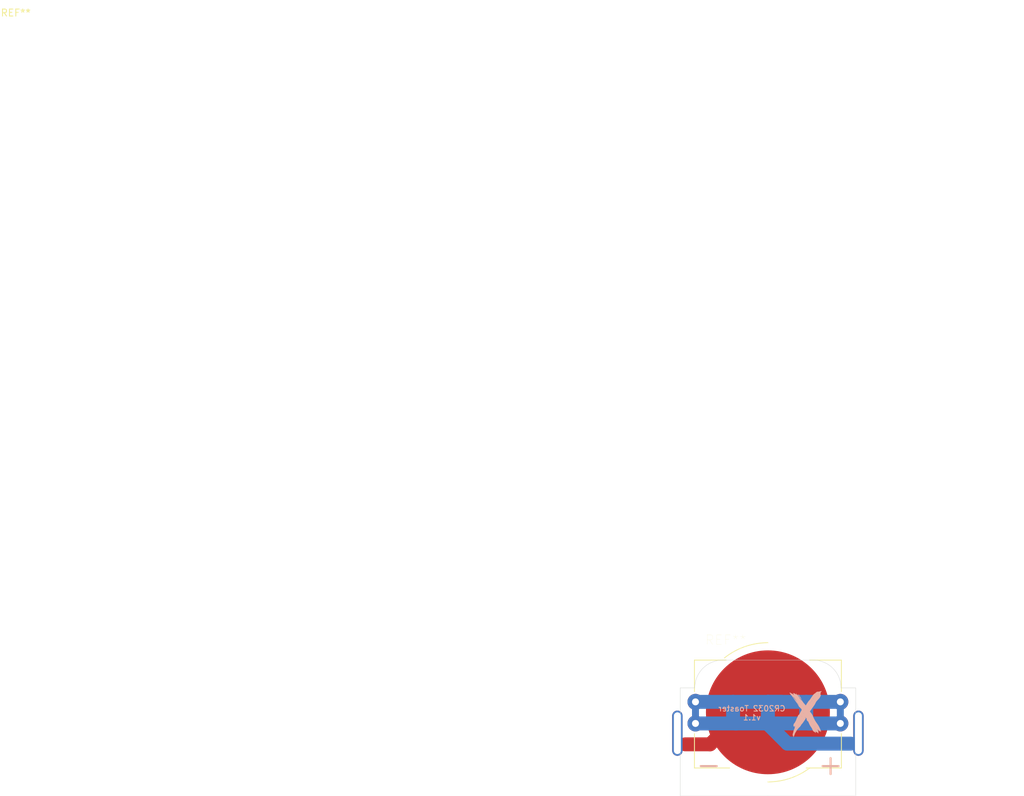
<source format=kicad_pcb>
(kicad_pcb (version 20171130) (host pcbnew "(5.1.6)-1")

  (general
    (thickness 1.6)
    (drawings 24)
    (tracks 27)
    (zones 0)
    (modules 5)
    (nets 1)
  )

  (page A4)
  (layers
    (0 F.Cu signal)
    (31 B.Cu signal)
    (32 B.Adhes user)
    (33 F.Adhes user)
    (34 B.Paste user)
    (35 F.Paste user)
    (36 B.SilkS user)
    (37 F.SilkS user)
    (38 B.Mask user)
    (39 F.Mask user)
    (40 Dwgs.User user)
    (41 Cmts.User user)
    (42 Eco1.User user)
    (43 Eco2.User user)
    (44 Edge.Cuts user)
    (45 Margin user)
    (46 B.CrtYd user)
    (47 F.CrtYd user)
    (48 B.Fab user)
    (49 F.Fab user)
  )

  (setup
    (last_trace_width 2)
    (user_trace_width 1)
    (user_trace_width 2)
    (user_trace_width 3)
    (user_trace_width 4)
    (user_trace_width 5)
    (trace_clearance 0.2)
    (zone_clearance 0.508)
    (zone_45_only no)
    (trace_min 0.2)
    (via_size 0.8)
    (via_drill 0.4)
    (via_min_size 0.4)
    (via_min_drill 0.3)
    (user_via 6.7 6.3)
    (uvia_size 0.3)
    (uvia_drill 0.1)
    (uvias_allowed no)
    (uvia_min_size 0.2)
    (uvia_min_drill 0.1)
    (edge_width 0.05)
    (segment_width 0.2)
    (pcb_text_width 0.3)
    (pcb_text_size 1.5 1.5)
    (mod_edge_width 0.12)
    (mod_text_size 1 1)
    (mod_text_width 0.15)
    (pad_size 1.524 1.524)
    (pad_drill 0.762)
    (pad_to_mask_clearance 0.05)
    (aux_axis_origin 0 0)
    (visible_elements 7FFFFFFF)
    (pcbplotparams
      (layerselection 0x010fc_ffffffff)
      (usegerberextensions true)
      (usegerberattributes false)
      (usegerberadvancedattributes false)
      (creategerberjobfile false)
      (excludeedgelayer true)
      (linewidth 0.100000)
      (plotframeref false)
      (viasonmask false)
      (mode 1)
      (useauxorigin false)
      (hpglpennumber 1)
      (hpglpenspeed 20)
      (hpglpendiameter 15.000000)
      (psnegative false)
      (psa4output false)
      (plotreference true)
      (plotvalue false)
      (plotinvisibletext false)
      (padsonsilk false)
      (subtractmaskfromsilk true)
      (outputformat 1)
      (mirror false)
      (drillshape 0)
      (scaleselection 1)
      (outputdirectory ""))
  )

  (net 0 "")

  (net_class Default "This is the default net class."
    (clearance 0.2)
    (trace_width 0.25)
    (via_dia 0.8)
    (via_drill 0.4)
    (uvia_dia 0.3)
    (uvia_drill 0.1)
  )

  (module logos:logo_7 (layer F.Cu) (tedit 60C2BBD9) (tstamp 60C47F20)
    (at 113.4 100.2)
    (fp_text reference G*** (at 1 0 -180) (layer B.SilkS) hide
      (effects (font (size 1.524 1.524) (thickness 0.3)) (justify mirror))
    )
    (fp_text value LOGO (at 0.75 1) (layer B.SilkS) hide
      (effects (font (size 1.524 1.524) (thickness 0.3)) (justify mirror))
    )
    (fp_poly (pts (xy 2.271817 -2.255016) (xy 2.241589 -2.245307) (xy 2.228288 -2.239731) (xy 2.186547 -2.225679)
      (xy 2.13399 -2.213973) (xy 2.101729 -2.20936) (xy 2.048452 -2.201361) (xy 1.995483 -2.189553)
      (xy 1.969957 -2.181864) (xy 1.920325 -2.170453) (xy 1.852659 -2.163755) (xy 1.798139 -2.1623)
      (xy 1.746274 -2.16141) (xy 1.702582 -2.157411) (xy 1.663359 -2.148314) (xy 1.624902 -2.132127)
      (xy 1.583507 -2.10686) (xy 1.53547 -2.070522) (xy 1.477088 -2.021124) (xy 1.404657 -1.956674)
      (xy 1.388573 -1.942177) (xy 1.349843 -1.909505) (xy 1.316791 -1.885761) (xy 1.294675 -1.874561)
      (xy 1.290055 -1.874408) (xy 1.272959 -1.869543) (xy 1.244843 -1.85058) (xy 1.216192 -1.82568)
      (xy 1.191928 -1.801831) (xy 1.168427 -1.7771) (xy 1.144112 -1.749345) (xy 1.117407 -1.716429)
      (xy 1.086734 -1.676212) (xy 1.050517 -1.626556) (xy 1.007178 -1.56532) (xy 0.955142 -1.490366)
      (xy 0.89283 -1.399556) (xy 0.818666 -1.290749) (xy 0.780908 -1.2352) (xy 0.719778 -1.145557)
      (xy 0.670398 -1.074136) (xy 0.630506 -1.017975) (xy 0.59784 -0.974113) (xy 0.570135 -0.939588)
      (xy 0.545129 -0.911438) (xy 0.52056 -0.886701) (xy 0.500314 -0.867935) (xy 0.462649 -0.828713)
      (xy 0.421217 -0.777548) (xy 0.384362 -0.724823) (xy 0.381 -0.719463) (xy 0.349078 -0.668897)
      (xy 0.308854 -0.606653) (xy 0.266367 -0.542018) (xy 0.239996 -0.502528) (xy 0.203728 -0.447719)
      (xy 0.170091 -0.395232) (xy 0.143248 -0.351661) (xy 0.129199 -0.32715) (xy 0.097103 -0.275293)
      (xy 0.062318 -0.233139) (xy 0.030139 -0.206845) (xy 0.022769 -0.203335) (xy 0.004718 -0.205367)
      (xy -0.013105 -0.22835) (xy -0.019328 -0.240631) (xy -0.037262 -0.269462) (xy -0.067913 -0.309964)
      (xy -0.106216 -0.355666) (xy -0.12995 -0.382013) (xy -0.220138 -0.482352) (xy -0.293519 -0.571074)
      (xy -0.353308 -0.652194) (xy -0.356306 -0.656765) (xy -1.198324 -0.656765) (xy -1.199256 -0.651)
      (xy -1.209456 -0.660736) (xy -1.2192 -0.6764) (xy -1.221843 -0.68275) (xy -1.2573 -0.68275)
      (xy -1.26365 -0.6764) (xy -1.27 -0.68275) (xy -1.26365 -0.6891) (xy -1.2573 -0.68275)
      (xy -1.221843 -0.68275) (xy -1.227375 -0.696036) (xy -1.226443 -0.7018) (xy -1.216243 -0.692065)
      (xy -1.2065 -0.6764) (xy -1.198324 -0.656765) (xy -0.356306 -0.656765) (xy -0.385221 -0.700848)
      (xy -0.403588 -0.729136) (xy -1.24498 -0.729136) (xy -1.247162 -0.731953) (xy -1.264821 -0.755669)
      (xy -1.277388 -0.77165) (xy -1.3081 -0.77165) (xy -1.31445 -0.7653) (xy -1.3208 -0.77165)
      (xy -1.31445 -0.778) (xy -1.3081 -0.77165) (xy -1.277388 -0.77165) (xy -1.291062 -0.789038)
      (xy -1.297549 -0.79705) (xy -1.3208 -0.79705) (xy -1.32715 -0.7907) (xy -1.3335 -0.79705)
      (xy -1.32715 -0.8034) (xy -1.3208 -0.79705) (xy -1.297549 -0.79705) (xy -1.30547 -0.806833)
      (xy -1.327596 -0.83515) (xy -1.3462 -0.83515) (xy -1.35255 -0.8288) (xy -1.3589 -0.83515)
      (xy -1.35255 -0.8415) (xy -1.3462 -0.83515) (xy -1.327596 -0.83515) (xy -1.332323 -0.841199)
      (xy -1.353555 -0.871121) (xy -1.354855 -0.87325) (xy -1.3716 -0.87325) (xy -1.37795 -0.8669)
      (xy -1.3843 -0.87325) (xy -1.37795 -0.8796) (xy -1.3716 -0.87325) (xy -1.354855 -0.87325)
      (xy -1.360083 -0.881811) (xy -1.375689 -0.897344) (xy -1.386899 -0.897044) (xy -1.394914 -0.896188)
      (xy -1.393821 -0.89865) (xy -1.4097 -0.89865) (xy -1.41605 -0.8923) (xy -1.4224 -0.89865)
      (xy -1.41605 -0.905) (xy -1.4097 -0.89865) (xy -1.393821 -0.89865) (xy -1.391897 -0.902982)
      (xy -1.393886 -0.920833) (xy -1.40547 -0.93675) (xy -1.4097 -0.93675) (xy -1.41605 -0.9304)
      (xy -1.4224 -0.93675) (xy -1.4351 -0.93675) (xy -1.44145 -0.9304) (xy -1.4478 -0.93675)
      (xy -1.44145 -0.9431) (xy -1.4351 -0.93675) (xy -1.4224 -0.93675) (xy -1.41605 -0.9431)
      (xy -1.4097 -0.93675) (xy -1.40547 -0.93675) (xy -1.41108 -0.944458) (xy -1.412882 -0.946219)
      (xy -1.437445 -0.973109) (xy -1.43884 -0.97485) (xy -1.4605 -0.97485) (xy -1.46685 -0.9685)
      (xy -1.4732 -0.97485) (xy -1.46685 -0.9812) (xy -1.4605 -0.97485) (xy -1.43884 -0.97485)
      (xy -1.467614 -1.010741) (xy -1.485311 -1.034773) (xy -1.510491 -1.06596) (xy -1.531593 -1.084362)
      (xy -1.541738 -1.086712) (xy -1.549418 -1.084943) (xy -1.546976 -1.088479) (xy -1.548868 -1.103119)
      (xy -1.564785 -1.126694) (xy -1.569201 -1.131661) (xy -1.589805 -1.156528) (xy -1.599972 -1.173992)
      (xy -1.6002 -1.175495) (xy -1.6082 -1.180147) (xy -1.613214 -1.177856) (xy -1.624061 -1.176799)
      (xy -1.62441 -1.180282) (xy -1.624026 -1.206142) (xy -1.631607 -1.218171) (xy -1.636888 -1.217023)
      (xy -1.648255 -1.223561) (xy -1.668133 -1.246562) (xy -1.692662 -1.280304) (xy -1.71798 -1.319066)
      (xy -1.740226 -1.357127) (xy -1.75554 -1.388767) (xy -1.758561 -1.39731) (xy -1.768146 -1.417349)
      (xy -1.775739 -1.420754) (xy -1.782921 -1.427169) (xy -1.786123 -1.44504) (xy -1.784609 -1.453485)
      (xy -1.777648 -1.453059) (xy -1.763834 -1.442199) (xy -1.741762 -1.419343) (xy -1.710024 -1.382931)
      (xy -1.667215 -1.331398) (xy -1.611929 -1.263185) (xy -1.54276 -1.176727) (xy -1.528642 -1.159)
      (xy -1.466034 -1.079727) (xy -1.416646 -1.015432) (xy -1.377374 -0.961638) (xy -1.345111 -0.913864)
      (xy -1.316754 -0.867632) (xy -1.289197 -0.818461) (xy -1.277747 -0.79705) (xy -1.258194 -0.759318)
      (xy -1.246713 -0.735492) (xy -1.24498 -0.729136) (xy -0.403588 -0.729136) (xy -0.417882 -0.75115)
      (xy -0.453397 -0.80282) (xy -0.478917 -0.837782) (xy -0.508752 -0.880557) (xy -0.535236 -0.924673)
      (xy -0.545853 -0.94571) (xy -0.561117 -0.975346) (xy -0.572535 -0.98405) (xy -0.582117 -0.977359)
      (xy -0.589216 -0.95747) (xy -0.578038 -0.935709) (xy -0.561622 -0.909555) (xy -0.564445 -0.89738)
      (xy -0.5842 -0.895792) (xy -0.604876 -0.902416) (xy -0.609599 -0.909741) (xy -0.616841 -0.925321)
      (xy -0.636123 -0.955811) (xy -0.663783 -0.996161) (xy -0.696159 -1.041317) (xy -0.729588 -1.086226)
      (xy -0.760406 -1.125837) (xy -0.784953 -1.155096) (xy -0.794893 -1.16535) (xy -0.817944 -1.192684)
      (xy -0.842273 -1.230663) (xy -0.84959 -1.244372) (xy -0.875836 -1.289069) (xy -0.907228 -1.332666)
      (xy -0.914519 -1.341347) (xy -0.944081 -1.381263) (xy -0.968988 -1.42508) (xy -0.972856 -1.433775)
      (xy -0.990706 -1.470861) (xy -1.009264 -1.500629) (xy -1.012883 -1.505075) (xy -1.023821 -1.52193)
      (xy -1.021143 -1.527495) (xy -1.018391 -1.53287) (xy -1.023188 -1.53702) (xy -1.037396 -1.552103)
      (xy -1.059792 -1.581179) (xy -1.077773 -1.606675) (xy -1.080221 -1.60985) (xy -1.8669 -1.60985)
      (xy -1.87325 -1.6035) (xy -1.8796 -1.60985) (xy -1.87325 -1.6162) (xy -1.8669 -1.60985)
      (xy -1.080221 -1.60985) (xy -1.099811 -1.63525) (xy -1.8796 -1.63525) (xy -1.88595 -1.6289)
      (xy -1.8923 -1.63525) (xy -1.88595 -1.6416) (xy -1.8796 -1.63525) (xy -1.099811 -1.63525)
      (xy -1.103121 -1.639541) (xy -1.125741 -1.661451) (xy -1.13719 -1.667) (xy -1.153947 -1.675612)
      (xy -1.182711 -1.698571) (xy -1.218256 -1.73156) (xy -1.23183 -1.745187) (xy -1.272413 -1.789182)
      (xy -1.296528 -1.82216) (xy -1.307442 -1.849096) (xy -1.308992 -1.862662) (xy -1.312828 -1.899714)
      (xy -1.319673 -1.926996) (xy -1.327154 -1.942144) (xy -1.332187 -1.935512) (xy -1.335984 -1.917914)
      (xy -1.337868 -1.891819) (xy -1.333474 -1.880169) (xy -1.325629 -1.866539) (xy -1.317361 -1.837167)
      (xy -1.315459 -1.827672) (xy -1.306478 -1.778794) (xy -1.361264 -1.787711) (xy -1.441213 -1.809555)
      (xy -1.508939 -1.849241) (xy -1.543127 -1.879129) (xy -1.585915 -1.91275) (xy -1.637012 -1.935861)
      (xy -1.703637 -1.9514) (xy -1.730375 -1.955383) (xy -1.764933 -1.956015) (xy -1.777475 -1.946578)
      (xy -1.767001 -1.928269) (xy -1.759089 -1.921117) (xy -1.746904 -1.902606) (xy -1.748016 -1.892742)
      (xy -1.746143 -1.876193) (xy -1.73912 -1.869718) (xy -1.724877 -1.850193) (xy -1.717899 -1.825877)
      (xy -1.710064 -1.796434) (xy -1.694397 -1.754707) (xy -1.679127 -1.720165) (xy -1.656288 -1.671713)
      (xy -1.644367 -1.644389) (xy -1.643345 -1.636393) (xy -1.653204 -1.645927) (xy -1.673923 -1.671194)
      (xy -1.67867 -1.677107) (xy -1.734811 -1.739269) (xy -1.796272 -1.794171) (xy -1.85836 -1.838537)
      (xy -1.916379 -1.869087) (xy -1.965637 -1.882546) (xy -1.973405 -1.8829) (xy -2.001288 -1.891618)
      (xy -2.039922 -1.915271) (xy -2.070685 -1.939374) (xy -2.139899 -1.992228) (xy -2.197753 -2.022998)
      (xy -2.24397 -2.031551) (xy -2.255389 -2.029799) (xy -2.274835 -2.023238) (xy -2.279619 -2.011889)
      (xy -2.271681 -1.987602) (xy -2.267719 -1.978033) (xy -2.241014 -1.925395) (xy -2.19965 -1.860934)
      (xy -2.142575 -1.783199) (xy -2.068739 -1.690741) (xy -2.000383 -1.609284) (xy -1.963111 -1.564928)
      (xy -1.929355 -1.52357) (xy -1.904617 -1.491994) (xy -1.89865 -1.483863) (xy -1.871678 -1.447048)
      (xy -1.846669 -1.414579) (xy -1.830001 -1.391474) (xy -1.803346 -1.352019) (xy -1.770154 -1.301419)
      (xy -1.733875 -1.244879) (xy -1.727744 -1.2352) (xy -1.691197 -1.178829) (xy -1.645965 -1.111325)
      (xy -1.594054 -1.035484) (xy -1.537472 -0.954101) (xy -1.478229 -0.86997) (xy -1.418331 -0.785887)
      (xy -1.359788 -0.704648) (xy -1.304606 -0.629046) (xy -1.254794 -0.561877) (xy -1.21236 -0.505937)
      (xy -1.179313 -0.46402) (xy -1.157659 -0.438922) (xy -1.151919 -0.433681) (xy -1.140692 -0.416983)
      (xy -1.140393 -0.414631) (xy -1.135582 -0.392902) (xy -1.12137 -0.360043) (xy -1.096074 -0.312587)
      (xy -1.064081 -0.2573) (xy -1.030849 -0.199183) (xy -0.996194 -0.135536) (xy -0.967205 -0.079401)
      (xy -0.965311 -0.075561) (xy -0.933464 -0.018114) (xy -0.903736 0.021363) (xy -0.878111 0.040663)
      (xy -0.86153 0.03987) (xy -0.851332 0.041342) (xy -0.8509 0.044125) (xy -0.842625 0.057081)
      (xy -0.82013 0.084201) (xy -0.786904 0.121446) (xy -0.748749 0.16235) (xy -0.682812 0.231648)
      (xy -0.632451 0.28496) (xy -0.595874 0.324833) (xy -0.571289 0.353814) (xy -0.556904 0.374451)
      (xy -0.550927 0.389292) (xy -0.551567 0.400885) (xy -0.557032 0.411777) (xy -0.56497 0.423657)
      (xy -0.579174 0.453529) (xy -0.575877 0.480556) (xy -0.572822 0.487819) (xy -0.562999 0.510157)
      (xy -0.56136 0.525331) (xy -0.570398 0.541728) (xy -0.592605 0.567734) (xy -0.598606 0.574552)
      (xy -0.619117 0.602597) (xy -0.647481 0.647734) (xy -0.680306 0.704278) (xy -0.714206 0.766542)
      (xy -0.722431 0.782296) (xy -0.755509 0.846088) (xy -0.787161 0.906865) (xy -0.814228 0.95858)
      (xy -0.833551 0.995184) (xy -0.836619 1.000926) (xy -0.869328 1.056926) (xy -0.903408 1.106948)
      (xy -0.935392 1.146596) (xy -0.96181 1.171475) (xy -0.976155 1.1778) (xy -1.013717 1.189435)
      (xy -1.044424 1.220091) (xy -1.06175 1.262814) (xy -1.069945 1.287897) (xy -1.08786 1.331436)
      (xy -1.11363 1.389277) (xy -1.145392 1.45727) (xy -1.181283 1.531263) (xy -1.191262 1.551374)
      (xy -1.238709 1.648423) (xy -1.274264 1.725626) (xy -1.298812 1.785087) (xy -1.313235 1.828915)
      (xy -1.318048 1.853842) (xy -1.325083 1.892653) (xy -1.336017 1.921445) (xy -1.341443 1.928422)
      (xy -1.356605 1.948591) (xy -1.3589 1.957903) (xy -1.365828 1.976409) (xy -1.383412 2.006357)
      (xy -1.394787 2.023023) (xy -1.422191 2.067733) (xy -1.446979 2.118427) (xy -1.452842 2.133094)
      (xy -1.47779 2.186966) (xy -1.514653 2.250124) (xy -1.557737 2.313548) (xy -1.60099 2.367812)
      (xy -1.651408 2.428527) (xy -1.685456 2.480467) (xy -1.706607 2.53071) (xy -1.718336 2.586335)
      (xy -1.721279 2.6129) (xy -1.7261 2.65994) (xy -1.730954 2.696711) (xy -1.734897 2.716219)
      (xy -1.73536 2.717239) (xy -1.734305 2.736687) (xy -1.720286 2.76686) (xy -1.698089 2.800312)
      (xy -1.672501 2.8296) (xy -1.653424 2.844675) (xy -1.616423 2.862937) (xy -1.595448 2.864052)
      (xy -1.587706 2.84793) (xy -1.5875 2.842558) (xy -1.582467 2.820326) (xy -1.576346 2.813983)
      (xy -1.563115 2.801771) (xy -1.54212 2.775536) (xy -1.530279 2.75895) (xy -1.509793 2.729793)
      (xy -1.500787 2.720391) (xy -1.500563 2.729426) (xy -1.504239 2.74625) (xy -1.510846 2.779241)
      (xy -1.518965 2.826089) (xy -1.52536 2.8669) (xy -1.539742 2.960897) (xy -1.551855 3.033037)
      (xy -1.562362 3.086693) (xy -1.571924 3.125238) (xy -1.581205 3.152044) (xy -1.581463 3.15265)
      (xy -1.59585 3.191379) (xy -1.605219 3.224157) (xy -1.620294 3.252633) (xy -1.638668 3.264376)
      (xy -1.657174 3.275148) (xy -1.657897 3.298041) (xy -1.656828 3.302608) (xy -1.655612 3.329496)
      (xy -1.66267 3.342514) (xy -1.674123 3.360972) (xy -1.6764 3.37628) (xy -1.682132 3.405032)
      (xy -1.695969 3.439397) (xy -1.696418 3.440272) (xy -1.708016 3.464171) (xy -1.716722 3.487604)
      (xy -1.724329 3.517316) (xy -1.73263 3.560056) (xy -1.740848 3.607404) (xy -1.751308 3.657779)
      (xy -1.764346 3.705967) (xy -1.771944 3.728054) (xy -1.794005 3.791339) (xy -1.812606 3.858982)
      (xy -1.826994 3.926144) (xy -1.836412 3.987987) (xy -1.840105 4.039669) (xy -1.837319 4.076352)
      (xy -1.8288 4.09245) (xy -1.820142 4.109372) (xy -1.816133 4.14002) (xy -1.8161 4.143155)
      (xy -1.813233 4.172983) (xy -1.800436 4.18612) (xy -1.781175 4.190031) (xy -1.74625 4.19405)
      (xy -1.750564 4.286125) (xy -1.751869 4.330773) (xy -1.751325 4.363491) (xy -1.749062 4.377983)
      (xy -1.748644 4.3782) (xy -1.73895 4.368341) (xy -1.722208 4.343664) (xy -1.715754 4.333024)
      (xy -1.698789 4.300977) (xy -1.689359 4.276795) (xy -1.688703 4.272699) (xy -1.682206 4.25347)
      (xy -1.666238 4.222362) (xy -1.657018 4.20675) (xy -1.637985 4.170299) (xy -1.626853 4.138256)
      (xy -1.625665 4.129087) (xy -1.617985 4.099528) (xy -1.602039 4.071937) (xy -1.584132 4.039022)
      (xy -1.570743 3.997503) (xy -1.569411 3.99085) (xy -1.559288 3.953944) (xy -1.540843 3.903315)
      (xy -1.517076 3.845733) (xy -1.490989 3.78797) (xy -1.465583 3.736798) (xy -1.44386 3.698987)
      (xy -1.434312 3.68605) (xy -1.413495 3.658001) (xy -1.384548 3.612601) (xy -1.382923 3.60985)
      (xy -1.397 3.60985) (xy -1.40335 3.6162) (xy -1.4097 3.60985) (xy -1.40335 3.6035)
      (xy -1.397 3.60985) (xy -1.382923 3.60985) (xy -1.350647 3.555242) (xy -1.314967 3.491317)
      (xy -1.280684 3.426219) (xy -1.276952 3.418855) (xy -1.256558 3.38196) (xy -1.23083 3.342696)
      (xy -1.197348 3.298019) (xy -1.153695 3.244883) (xy -1.09745 3.180243) (xy -1.038339 3.11455)
      (xy -1.1557 3.11455) (xy -1.16205 3.1209) (xy -1.1684 3.11455) (xy -1.16205 3.1082)
      (xy -1.1557 3.11455) (xy -1.038339 3.11455) (xy -1.026196 3.101055) (xy -1.012897 3.086454)
      (xy -0.989589 3.059536) (xy -1.308486 3.059536) (xy -1.312777 3.089699) (xy -1.317249 3.103986)
      (xy -1.324911 3.119815) (xy -1.32937 3.112123) (xy -1.330804 3.105424) (xy -1.328389 3.076458)
      (xy -1.32204 3.060974) (xy -1.311812 3.045935) (xy -1.308704 3.053016) (xy -1.308486 3.059536)
      (xy -0.989589 3.059536) (xy -0.975361 3.043106) (xy -0.947002 3.0066) (xy -1.1176 3.0066)
      (xy -1.122246 3.017053) (xy -1.126066 3.015066) (xy -1.127586 2.999994) (xy -1.126066 2.998133)
      (xy -1.118516 2.999876) (xy -1.1176 3.0066) (xy -0.947002 3.0066) (xy -0.944447 3.003312)
      (xy -0.924415 2.972769) (xy -0.919445 2.961473) (xy -0.913424 2.94674) (xy -1.094247 2.94674)
      (xy -1.097337 2.953837) (xy -1.110124 2.967471) (xy -1.117476 2.964674) (xy -1.1176 2.962899)
      (xy -1.108579 2.952157) (xy -1.102937 2.948237) (xy -1.094247 2.94674) (xy -0.913424 2.94674)
      (xy -0.908811 2.935454) (xy -0.893933 2.933353) (xy -0.879946 2.944533) (xy -0.859942 2.952342)
      (xy -0.838931 2.935894) (xy -0.819021 2.900956) (xy -0.801378 2.87101) (xy -0.793985 2.86055)
      (xy -1.0668 2.86055) (xy -1.07315 2.8669) (xy -1.0795 2.86055) (xy -1.07315 2.8542)
      (xy -1.0668 2.86055) (xy -0.793985 2.86055) (xy -0.77284 2.830638) (xy -0.73944 2.788351)
      (xy -0.737924 2.786545) (xy -0.717611 2.759877) (xy -1.030485 2.759877) (xy -1.03677 2.780124)
      (xy -1.045931 2.790691) (xy -1.046162 2.7907) (xy -1.047901 2.780419) (xy -1.044948 2.764796)
      (xy -1.037158 2.746798) (xy -1.031868 2.745198) (xy -1.030485 2.759877) (xy -0.717611 2.759877)
      (xy -0.707231 2.74625) (xy -0.8001 2.74625) (xy -0.80645 2.7526) (xy -0.8128 2.74625)
      (xy -0.80645 2.7399) (xy -0.8001 2.74625) (xy -0.707231 2.74625) (xy -0.699639 2.736284)
      (xy -0.689485 2.72085) (xy -1.016 2.72085) (xy -1.02235 2.7272) (xy -1.0287 2.72085)
      (xy -1.02235 2.7145) (xy -1.016 2.72085) (xy -0.689485 2.72085) (xy -0.662119 2.679254)
      (xy -0.636812 2.634145) (xy -0.612717 2.59385) (xy -0.6858 2.59385) (xy -0.69215 2.6002)
      (xy -0.6985 2.59385) (xy -0.69215 2.5875) (xy -0.6858 2.59385) (xy -0.612717 2.59385)
      (xy -0.60651 2.58347) (xy -0.563807 2.525678) (xy -0.521027 2.476314) (xy -0.639587 2.476314)
      (xy -0.646164 2.500694) (xy -0.657674 2.530079) (xy -0.670234 2.555932) (xy -0.67996 2.56972)
      (xy -0.682188 2.569944) (xy -0.681498 2.555798) (xy -0.674575 2.539457) (xy -0.667193 2.516658)
      (xy -0.669313 2.506619) (xy -0.667445 2.49931) (xy -0.661767 2.4986) (xy -0.651888 2.491612)
      (xy -0.653507 2.486777) (xy -0.652182 2.470354) (xy -0.649022 2.467667) (xy -0.639738 2.47013)
      (xy -0.639587 2.476314) (xy -0.521027 2.476314) (xy -0.515648 2.470108) (xy -0.511725 2.465993)
      (xy -0.464723 2.413473) (xy -0.413082 2.35008) (xy -0.386348 2.31445) (xy -0.7493 2.31445)
      (xy -0.75565 2.3208) (xy -0.762 2.31445) (xy -0.75565 2.3081) (xy -0.7493 2.31445)
      (xy -0.386348 2.31445) (xy -0.365445 2.286592) (xy -0.34925 2.263294) (xy -0.31554 2.2135)
      (xy -0.271943 2.14935) (xy -0.4572 2.14935) (xy -0.46355 2.1557) (xy -0.4699 2.14935)
      (xy -0.46355 2.143) (xy -0.4572 2.14935) (xy -0.271943 2.14935) (xy -0.271874 2.149249)
      (xy -0.22267 2.077027) (xy -0.19401 2.03505) (xy -0.4064 2.03505) (xy -0.41275 2.0414)
      (xy -0.4191 2.03505) (xy -0.41275 2.0287) (xy -0.4064 2.03505) (xy -0.19401 2.03505)
      (xy -0.176667 2.00965) (xy -0.3937 2.00965) (xy -0.40005 2.016) (xy -0.4064 2.00965)
      (xy -0.40005 2.0033) (xy -0.3937 2.00965) (xy -0.176667 2.00965) (xy -0.172345 2.003321)
      (xy -0.142875 1.960245) (xy -0.11439 1.91804) (xy -1.119647 1.91804) (xy -1.122737 1.925137)
      (xy -1.135524 1.938771) (xy -1.142876 1.935974) (xy -1.143 1.934199) (xy -1.133979 1.923457)
      (xy -1.128337 1.919537) (xy -1.119647 1.91804) (xy -0.11439 1.91804) (xy -0.101181 1.89847)
      (xy -0.065021 1.843197) (xy -0.036695 1.798085) (xy -0.034176 1.79375) (xy -0.2667 1.79375)
      (xy -0.27305 1.8001) (xy -0.2794 1.79375) (xy -1.0414 1.79375) (xy -1.04775 1.8001)
      (xy -1.0541 1.79375) (xy -1.04775 1.7874) (xy -1.0414 1.79375) (xy -0.2794 1.79375)
      (xy -0.27305 1.7874) (xy -0.2667 1.79375) (xy -0.034176 1.79375) (xy -0.018505 1.766791)
      (xy -0.0127 1.75337) (xy -0.006436 1.737969) (xy -0.002639 1.736696) (xy -0.229431 1.736696)
      (xy -0.232585 1.743273) (xy -0.23968 1.752475) (xy -0.258217 1.772219) (xy -0.266491 1.772133)
      (xy -0.2667 1.769905) (xy -0.258021 1.759303) (xy -0.253764 1.75565) (xy -1.0287 1.75565)
      (xy -1.03505 1.762) (xy -1.0414 1.75565) (xy -1.03505 1.7493) (xy -1.0287 1.75565)
      (xy -0.253764 1.75565) (xy -0.244475 1.74768) (xy -0.237997 1.74295) (xy -0.9906 1.74295)
      (xy -0.99695 1.7493) (xy -1.0033 1.74295) (xy -0.99695 1.7366) (xy -0.9906 1.74295)
      (xy -0.237997 1.74295) (xy -0.229431 1.736696) (xy -0.002639 1.736696) (xy -0.002352 1.7366)
      (xy 0.00849 1.726325) (xy 0.01396 1.71755) (xy -0.9652 1.71755) (xy -0.97155 1.7239)
      (xy -0.9779 1.71755) (xy -0.97155 1.7112) (xy -0.9652 1.71755) (xy 0.01396 1.71755)
      (xy 0.023909 1.701593) (xy 0.030042 1.68944) (xy -0.979947 1.68944) (xy -0.983037 1.696537)
      (xy -0.995824 1.710171) (xy -1.003176 1.707374) (xy -1.0033 1.705599) (xy -0.994279 1.694857)
      (xy -0.988637 1.690937) (xy -0.979947 1.68944) (xy 0.030042 1.68944) (xy 0.039078 1.671538)
      (xy 0.049165 1.645296) (xy 0.049862 1.64135) (xy -0.9398 1.64135) (xy -0.94615 1.6477)
      (xy -0.9525 1.64135) (xy -0.94615 1.635) (xy -0.9398 1.64135) (xy 0.049862 1.64135)
      (xy 0.0508 1.63605) (xy 0.040237 1.624545) (xy 0.025401 1.61862) (xy 0.004746 1.604723)
      (xy 0 1.591738) (xy -0.008308 1.57412) (xy -0.016311 1.5715) (xy -0.033337 1.561519)
      (xy -0.052826 1.537229) (xy -0.054411 1.534615) (xy -0.071431 1.503291) (xy -0.071743 1.50165)
      (xy -0.8001 1.50165) (xy -0.80645 1.508) (xy -0.8128 1.50165) (xy -0.80645 1.4953)
      (xy -0.8001 1.50165) (xy -0.071743 1.50165) (xy -0.074396 1.487728) (xy -0.063674 1.482782)
      (xy -0.058159 1.4826) (xy -0.043094 1.493597) (xy -0.031881 1.520108) (xy -0.03175 1.520699)
      (xy -0.022518 1.548701) (xy -0.007403 1.558283) (xy 0.006907 1.558139) (xy 0.020092 1.565127)
      (xy 0.044384 1.583336) (xy 0.052331 1.589889) (xy 0.07937 1.610575) (xy 0.098679 1.621692)
      (xy 0.101442 1.6223) (xy 0.112855 1.632655) (xy 0.129852 1.658955) (xy 0.1391 1.676275)
      (xy 0.160599 1.716513) (xy 0.181882 1.752354) (xy 0.187858 1.761368) (xy 0.20181 1.782664)
      (xy 0.200704 1.78823) (xy 0.187325 1.783992) (xy 0.169109 1.782608) (xy 0.1651 1.788548)
      (xy 0.157296 1.795761) (xy 0.1524 1.793749) (xy 0.143268 1.790009) (xy 0.141403 1.79638)
      (xy 0.147819 1.816208) (xy 0.163528 1.85284) (xy 0.183564 1.896701) (xy 0.208967 1.948551)
      (xy 0.234017 1.99059) (xy 0.264396 2.030947) (xy 0.305791 2.077756) (xy 0.323057 2.096237)
      (xy 0.343143 2.111345) (xy 0.353129 2.107373) (xy 0.351718 2.089063) (xy 0.337617 2.06116)
      (xy 0.334033 2.056035) (xy 0.308891 2.02014) (xy 0.299814 2.003733) (xy 0.306762 2.006902)
      (xy 0.329696 2.029734) (xy 0.340581 2.0414) (xy 0.370365 2.077491) (xy 0.392601 2.111444)
      (xy 0.400736 2.1303) (xy 0.411676 2.168188) (xy 0.419979 2.191222) (xy 0.429419 2.22355)
      (xy 0.4318 2.242983) (xy 0.440554 2.266998) (xy 0.461679 2.293636) (xy 0.462339 2.294261)
      (xy 0.486205 2.327312) (xy 0.501128 2.366941) (xy 0.501231 2.367481) (xy 0.511913 2.40193)
      (xy 0.533068 2.45312) (xy 0.562095 2.516017) (xy 0.59639 2.585586) (xy 0.633352 2.656794)
      (xy 0.670378 2.724605) (xy 0.704866 2.783985) (xy 0.734213 2.8299) (xy 0.752824 2.8542)
      (xy 0.797539 2.910341) (xy 0.846381 2.98332) (xy 0.895261 3.065938) (xy 0.940093 3.150999)
      (xy 0.976787 3.231306) (xy 0.995862 3.282106) (xy 1.012638 3.325621) (xy 1.031286 3.363256)
      (xy 1.040491 3.377356) (xy 1.05925 3.405128) (xy 1.082842 3.445042) (xy 1.098001 3.472963)
      (xy 1.120789 3.512339) (xy 1.141277 3.534318) (xy 1.166181 3.545251) (xy 1.176907 3.547592)
      (xy 1.208431 3.557885) (xy 1.227228 3.572131) (xy 1.228203 3.574083) (xy 1.243365 3.586593)
      (xy 1.252396 3.585652) (xy 1.270893 3.590157) (xy 1.283536 3.60506) (xy 1.296606 3.622613)
      (xy 1.304112 3.624421) (xy 1.316218 3.627515) (xy 1.335401 3.644629) (xy 1.355139 3.668329)
      (xy 1.368913 3.691182) (xy 1.3716 3.701354) (xy 1.377897 3.713266) (xy 1.383532 3.711924)
      (xy 1.398946 3.715492) (xy 1.422117 3.733607) (xy 1.427982 3.73962) (xy 1.4605 3.77469)
      (xy 1.462513 3.67322) (xy 1.463254 3.622407) (xy 1.463396 3.579662) (xy 1.462924 3.55284)
      (xy 1.462749 3.550014) (xy 1.467367 3.534745) (xy 1.481126 3.537065) (xy 1.497775 3.554357)
      (xy 1.505219 3.567779) (xy 1.512712 3.582457) (xy 1.522766 3.594146) (xy 1.540343 3.606149)
      (xy 1.570407 3.621772) (xy 1.617923 3.644317) (xy 1.6256 3.64791) (xy 1.68358 3.682697)
      (xy 1.736564 3.732495) (xy 1.756291 3.755746) (xy 1.787198 3.790894) (xy 1.813657 3.815555)
      (xy 1.830729 3.825239) (xy 1.832491 3.82502) (xy 1.840276 3.812498) (xy 1.844084 3.78077)
      (xy 1.84415 3.72727) (xy 1.843412 3.704967) (xy 1.842532 3.647953) (xy 1.844564 3.613025)
      (xy 1.827327 3.613025) (xy 1.822734 3.634923) (xy 1.801388 3.641539) (xy 1.797449 3.6416)
      (xy 1.774976 3.637297) (xy 1.773391 3.622599) (xy 1.773532 3.622225) (xy 1.784626 3.61003)
      (xy 1.797473 3.61655) (xy 1.812342 3.621917) (xy 1.819916 3.607349) (xy 1.823708 3.59715)
      (xy 1.7653 3.59715) (xy 1.75895 3.6035) (xy 1.7526 3.59715) (xy 1.75895 3.5908)
      (xy 1.7653 3.59715) (xy 1.823708 3.59715) (xy 1.824558 3.594864) (xy 1.826929 3.606403)
      (xy 1.827327 3.613025) (xy 1.844564 3.613025) (xy 1.844795 3.609062) (xy 1.849972 3.59149)
      (xy 1.851587 3.5908) (xy 1.856268 3.580198) (xy 1.855838 3.57175) (xy 1.7653 3.57175)
      (xy 1.75895 3.5781) (xy 1.7526 3.57175) (xy 1.7399 3.57175) (xy 1.73355 3.5781)
      (xy 1.7272 3.57175) (xy 1.5875 3.57175) (xy 1.58115 3.5781) (xy 1.5748 3.57175)
      (xy 1.58115 3.5654) (xy 1.5875 3.57175) (xy 1.7272 3.57175) (xy 1.73355 3.5654)
      (xy 1.7399 3.57175) (xy 1.7526 3.57175) (xy 1.75895 3.5654) (xy 1.7653 3.57175)
      (xy 1.855838 3.57175) (xy 1.855192 3.55905) (xy 1.5621 3.55905) (xy 1.55575 3.5654)
      (xy 1.5494 3.55905) (xy 1.55575 3.5527) (xy 1.5621 3.55905) (xy 1.855192 3.55905)
      (xy 1.854957 3.554444) (xy 1.851252 3.53365) (xy 1.7145 3.53365) (xy 1.70815 3.54)
      (xy 1.7018 3.53365) (xy 1.524 3.53365) (xy 1.51765 3.54) (xy 1.5113 3.53365)
      (xy 1.51765 3.5273) (xy 1.524 3.53365) (xy 1.7018 3.53365) (xy 1.70815 3.5273)
      (xy 1.7145 3.53365) (xy 1.851252 3.53365) (xy 1.849285 3.522615) (xy 1.840885 3.493788)
      (xy 1.839134 3.490699) (xy 1.5113 3.490699) (xy 1.503476 3.497584) (xy 1.4986 3.49555)
      (xy 1.4605 3.49555) (xy 1.45415 3.5019) (xy 1.4478 3.49555) (xy 1.45415 3.4892)
      (xy 1.4605 3.49555) (xy 1.4986 3.49555) (xy 1.486375 3.478726) (xy 1.4859 3.475)
      (xy 1.493725 3.468115) (xy 1.4986 3.47015) (xy 1.510826 3.486973) (xy 1.5113 3.490699)
      (xy 1.839134 3.490699) (xy 1.831388 3.477039) (xy 1.831096 3.476812) (xy 1.821416 3.462661)
      (xy 1.804865 3.432147) (xy 1.798554 3.41935) (xy 1.4986 3.41935) (xy 1.49225 3.4257)
      (xy 1.4859 3.41935) (xy 1.49225 3.413) (xy 1.4986 3.41935) (xy 1.798554 3.41935)
      (xy 1.786025 3.39395) (xy 1.758333 3.345939) (xy 1.738198 3.31775) (xy 1.6002 3.31775)
      (xy 1.59385 3.3241) (xy 1.5875 3.31775) (xy 1.4859 3.31775) (xy 1.47955 3.3241)
      (xy 1.4732 3.31775) (xy 1.47955 3.3114) (xy 1.4859 3.31775) (xy 1.5875 3.31775)
      (xy 1.59385 3.3114) (xy 1.6002 3.31775) (xy 1.738198 3.31775) (xy 1.719234 3.291201)
      (xy 1.709507 3.27965) (xy 1.5748 3.27965) (xy 1.56845 3.286) (xy 1.5621 3.27965)
      (xy 1.56845 3.2733) (xy 1.5748 3.27965) (xy 1.709507 3.27965) (xy 1.703055 3.271988)
      (xy 1.468408 3.271988) (xy 1.466836 3.2733) (xy 1.458285 3.263012) (xy 1.443119 3.236866)
      (xy 1.434031 3.219325) (xy 1.422011 3.192325) (xy 1.420259 3.181234) (xy 1.425079 3.1844)
      (xy 1.439732 3.204625) (xy 1.45449 3.231613) (xy 1.465375 3.256891) (xy 1.468408 3.271988)
      (xy 1.703055 3.271988) (xy 1.676156 3.240047) (xy 1.671898 3.235507) (xy 1.638759 3.199866)
      (xy 1.623183 3.181219) (xy 1.625363 3.179661) (xy 1.645493 3.19529) (xy 1.683767 3.228203)
      (xy 1.718276 3.258742) (xy 1.753426 3.286576) (xy 1.783759 3.304488) (xy 1.800826 3.308674)
      (xy 1.823074 3.314958) (xy 1.847181 3.335236) (xy 1.86403 3.360593) (xy 1.866901 3.37327)
      (xy 1.876525 3.388267) (xy 1.900522 3.409222) (xy 1.909626 3.415717) (xy 1.938332 3.439548)
      (xy 1.975476 3.476233) (xy 2.013875 3.518595) (xy 2.020751 3.52673) (xy 2.054205 3.565849)
      (xy 2.07522 3.587163) (xy 2.086884 3.592971) (xy 2.092286 3.585568) (xy 2.093219 3.580624)
      (xy 2.090298 3.554084) (xy 2.078505 3.514895) (xy 2.065718 3.483579) (xy 2.049297 3.443163)
      (xy 2.046749 3.423989) (xy 2.058039 3.426042) (xy 2.083137 3.44931) (xy 2.122008 3.493776)
      (xy 2.140016 3.515773) (xy 2.180993 3.563911) (xy 2.210739 3.593296) (xy 2.228367 3.603286)
      (xy 2.232993 3.593237) (xy 2.230383 3.581275) (xy 2.224177 3.554521) (xy 2.217137 3.516657)
      (xy 2.215758 3.50825) (xy 2.208362 3.468328) (xy 2.198426 3.429828) (xy 2.184144 3.387994)
      (xy 2.163711 3.338073) (xy 2.13532 3.27531) (xy 2.097164 3.194951) (xy 2.095143 3.19075)
      (xy 2.089034 3.17805) (xy 1.5113 3.17805) (xy 1.50495 3.1844) (xy 1.4986 3.17805)
      (xy 1.50495 3.1717) (xy 1.5113 3.17805) (xy 2.089034 3.17805) (xy 2.076456 3.151902)
      (xy 1.409506 3.151902) (xy 1.403632 3.152569) (xy 1.391689 3.139222) (xy 1.380048 3.118204)
      (xy 1.379679 3.108587) (xy 1.389733 3.112093) (xy 1.401957 3.128952) (xy 1.409262 3.148868)
      (xy 1.409506 3.151902) (xy 2.076456 3.151902) (xy 2.070706 3.13995) (xy 1.4859 3.13995)
      (xy 1.47955 3.1463) (xy 1.4732 3.13995) (xy 1.47955 3.1336) (xy 1.4859 3.13995)
      (xy 2.070706 3.13995) (xy 2.060188 3.118087) (xy 2.052385 3.10185) (xy 1.4605 3.10185)
      (xy 1.45415 3.1082) (xy 1.4478 3.10185) (xy 1.45415 3.0955) (xy 1.4605 3.10185)
      (xy 2.052385 3.10185) (xy 2.044725 3.08591) (xy 1.3843 3.08591) (xy 1.376653 3.089781)
      (xy 1.36525 3.0828) (xy 1.349242 3.063677) (xy 1.3462 3.054289) (xy 1.353848 3.050418)
      (xy 1.36525 3.0574) (xy 1.381259 3.076522) (xy 1.3843 3.08591) (xy 2.044725 3.08591)
      (xy 2.02797 3.05105) (xy 1.4224 3.05105) (xy 1.41605 3.0574) (xy 1.4097 3.05105)
      (xy 1.41605 3.0447) (xy 1.4224 3.05105) (xy 2.02797 3.05105) (xy 2.024103 3.043004)
      (xy 2.01018 3.014007) (xy 1.342457 3.014007) (xy 1.339535 3.01981) (xy 1.328434 3.027157)
      (xy 1.31962 3.01748) (xy 1.316677 3.000103) (xy 1.322001 2.995752) (xy 1.340537 2.997349)
      (xy 1.342457 3.014007) (xy 2.01018 3.014007) (xy 2.003574 3.00025) (xy 1.3843 3.00025)
      (xy 1.37795 3.0066) (xy 1.3716 3.00025) (xy 1.37795 2.9939) (xy 1.3843 3.00025)
      (xy 2.003574 3.00025) (xy 1.991929 2.975998) (xy 1.328434 2.975998) (xy 1.321613 2.980372)
      (xy 1.312205 2.978961) (xy 1.290641 2.964584) (xy 1.28509 2.952479) (xy 1.286391 2.933366)
      (xy 1.298337 2.933828) (xy 1.316176 2.953241) (xy 1.318529 2.956882) (xy 1.328434 2.975998)
      (xy 1.991929 2.975998) (xy 1.990615 2.973263) (xy 1.985286 2.96215) (xy 1.3589 2.96215)
      (xy 1.35255 2.9685) (xy 1.3462 2.96215) (xy 1.35255 2.9558) (xy 1.3589 2.96215)
      (xy 1.985286 2.96215) (xy 1.973105 2.93675) (xy 1.3462 2.93675) (xy 1.33985 2.9431)
      (xy 1.3335 2.93675) (xy 1.33985 2.9304) (xy 1.3462 2.93675) (xy 1.973105 2.93675)
      (xy 1.967014 2.92405) (xy 1.6764 2.92405) (xy 1.67005 2.9304) (xy 1.6637 2.92405)
      (xy 1.67005 2.9177) (xy 1.6764 2.92405) (xy 1.967014 2.92405) (xy 1.963453 2.916625)
      (xy 1.962762 2.915182) (xy 1.278718 2.915182) (xy 1.277507 2.9177) (xy 1.266897 2.909301)
      (xy 1.2573 2.89865) (xy 1.249573 2.883179) (xy 1.254387 2.8796) (xy 1.26967 2.889744)
      (xy 1.274593 2.89865) (xy 1.278718 2.915182) (xy 1.962762 2.915182) (xy 1.957885 2.905)
      (xy 1.935588 2.860996) (xy 1.249771 2.860996) (xy 1.246067 2.8669) (xy 1.232336 2.856717)
      (xy 1.22661 2.846032) (xy 1.221473 2.824609) (xy 1.22843 2.82438) (xy 1.242014 2.842077)
      (xy 1.249771 2.860996) (xy 1.935588 2.860996) (xy 1.908589 2.807713) (xy 1.900821 2.794034)
      (xy 1.390934 2.794034) (xy 1.385868 2.797567) (xy 1.384795 2.79705) (xy 1.2192 2.79705)
      (xy 1.21285 2.8034) (xy 1.2065 2.79705) (xy 1.21285 2.7907) (xy 1.2192 2.79705)
      (xy 1.384795 2.79705) (xy 1.37151 2.790651) (xy 1.351328 2.772439) (xy 1.351038 2.77165)
      (xy 1.2954 2.77165) (xy 1.28905 2.778) (xy 1.2827 2.77165) (xy 1.28905 2.7653)
      (xy 1.2954 2.77165) (xy 1.351038 2.77165) (xy 1.3462 2.758503) (xy 1.351481 2.741446)
      (xy 1.364267 2.745003) (xy 1.379978 2.76745) (xy 1.382171 2.772048) (xy 1.390934 2.794034)
      (xy 1.900821 2.794034) (xy 1.866472 2.73355) (xy 1.2827 2.73355) (xy 1.27635 2.7399)
      (xy 1.275523 2.739073) (xy 1.190687 2.739073) (xy 1.18895 2.7399) (xy 1.17736 2.730959)
      (xy 1.17475 2.7272) (xy 1.171514 2.715326) (xy 1.173251 2.7145) (xy 1.184841 2.72344)
      (xy 1.18745 2.7272) (xy 1.190687 2.739073) (xy 1.275523 2.739073) (xy 1.27 2.73355)
      (xy 1.27635 2.7272) (xy 1.2827 2.73355) (xy 1.866472 2.73355) (xy 1.853517 2.710738)
      (xy 1.827922 2.67005) (xy 1.2573 2.67005) (xy 1.25095 2.6764) (xy 1.247775 2.673225)
      (xy 1.151442 2.673225) (xy 1.149316 2.687295) (xy 1.141567 2.681692) (xy 1.126246 2.654695)
      (xy 1.122734 2.647825) (xy 1.109662 2.621344) (xy 1.108746 2.614885) (xy 1.120627 2.625832)
      (xy 1.126616 2.63195) (xy 1.145018 2.656042) (xy 1.151442 2.673225) (xy 1.247775 2.673225)
      (xy 1.2446 2.67005) (xy 1.25095 2.6637) (xy 1.2573 2.67005) (xy 1.827922 2.67005)
      (xy 1.789545 2.609045) (xy 1.761862 2.56845) (xy 1.0922 2.56845) (xy 1.08585 2.5748)
      (xy 1.0795 2.56845) (xy 1.08585 2.5621) (xy 1.0922 2.56845) (xy 1.761862 2.56845)
      (xy 1.713548 2.497603) (xy 1.691479 2.46685) (xy 1.1684 2.46685) (xy 1.16205 2.4732)
      (xy 1.1557 2.46685) (xy 1.16205 2.4605) (xy 1.1684 2.46685) (xy 1.691479 2.46685)
      (xy 1.682365 2.45415) (xy 1.0414 2.45415) (xy 1.03505 2.4605) (xy 1.0287 2.45415)
      (xy 1.03505 2.4478) (xy 1.0414 2.45415) (xy 1.682365 2.45415) (xy 1.664137 2.42875)
      (xy 1.0287 2.42875) (xy 1.02235 2.4351) (xy 1.016 2.42875) (xy 1.02235 2.4224)
      (xy 1.0287 2.42875) (xy 1.664137 2.42875) (xy 1.648368 2.406777) (xy 1.645905 2.40335)
      (xy 1.016 2.40335) (xy 1.00965 2.4097) (xy 1.0033 2.40335) (xy 1.00965 2.397)
      (xy 1.016 2.40335) (xy 1.645905 2.40335) (xy 1.627645 2.37795) (xy 1.0033 2.37795)
      (xy 0.99695 2.3843) (xy 0.9906 2.37795) (xy 0.99695 2.3716) (xy 1.0033 2.37795)
      (xy 1.627645 2.37795) (xy 1.599422 2.338692) (xy 1.550526 2.26889) (xy 1.529609 2.23825)
      (xy 0.9398 2.23825) (xy 0.93345 2.2446) (xy 0.9271 2.23825) (xy 0.93345 2.2319)
      (xy 0.9398 2.23825) (xy 1.529609 2.23825) (xy 1.512269 2.21285) (xy 0.9271 2.21285)
      (xy 0.92075 2.2192) (xy 0.9144 2.21285) (xy 0.92075 2.2065) (xy 0.9271 2.21285)
      (xy 1.512269 2.21285) (xy 1.505901 2.203523) (xy 1.470173 2.14935) (xy 0.9017 2.14935)
      (xy 0.89535 2.1557) (xy 0.889 2.14935) (xy 0.89535 2.143) (xy 0.9017 2.14935)
      (xy 1.470173 2.14935) (xy 1.46977 2.14874) (xy 1.454194 2.12395) (xy 1.446329 2.11125)
      (xy 1.0033 2.11125) (xy 0.99695 2.1176) (xy 0.9906 2.11125) (xy 0.889 2.11125)
      (xy 0.88265 2.1176) (xy 0.8763 2.11125) (xy 0.88265 2.1049) (xy 0.889 2.11125)
      (xy 0.9906 2.11125) (xy 0.99695 2.1049) (xy 1.0033 2.11125) (xy 1.446329 2.11125)
      (xy 1.430599 2.08585) (xy 0.8763 2.08585) (xy 0.86995 2.0922) (xy 0.8636 2.08585)
      (xy 0.86995 2.0795) (xy 0.8763 2.08585) (xy 1.430599 2.08585) (xy 1.423278 2.074029)
      (xy 1.398414 2.03505) (xy 0.9525 2.03505) (xy 0.94615 2.0414) (xy 0.9398 2.03505)
      (xy 0.6985 2.03505) (xy 0.69215 2.0414) (xy 0.6858 2.03505) (xy 0.69215 2.0287)
      (xy 0.6985 2.03505) (xy 0.9398 2.03505) (xy 0.94615 2.0287) (xy 0.9525 2.03505)
      (xy 1.398414 2.03505) (xy 1.393891 2.027961) (xy 1.373306 1.99695) (xy 0.8382 1.99695)
      (xy 0.83185 2.0033) (xy 0.8255 1.99695) (xy 0.83185 1.9906) (xy 0.8382 1.99695)
      (xy 1.373306 1.99695) (xy 1.370837 1.993231) (xy 1.364509 1.98425) (xy 1.34585 1.953039)
      (xy 1.3362 1.93345) (xy 0.8128 1.93345) (xy 0.80645 1.9398) (xy 0.8001 1.93345)
      (xy 0.80645 1.9271) (xy 0.8128 1.93345) (xy 1.3362 1.93345) (xy 1.323687 1.90805)
      (xy 0.8001 1.90805) (xy 0.79375 1.9144) (xy 0.7874 1.90805) (xy 0.79375 1.9017)
      (xy 0.8001 1.90805) (xy 1.323687 1.90805) (xy 1.32349 1.907652) (xy 1.302232 1.857846)
      (xy 1.301998 1.85725) (xy 1.27447 1.79352) (xy 1.252911 1.75565) (xy 1.2319 1.75565)
      (xy 1.22555 1.762) (xy 1.2192 1.75565) (xy 1.22555 1.7493) (xy 1.2319 1.75565)
      (xy 1.252911 1.75565) (xy 1.250174 1.750843) (xy 1.230009 1.730586) (xy 1.218688 1.730567)
      (xy 1.21333 1.725796) (xy 1.215094 1.712832) (xy 1.211773 1.692219) (xy 1.197518 1.653209)
      (xy 1.173871 1.599529) (xy 1.142375 1.534908) (xy 1.138372 1.52705) (xy 0 1.52705)
      (xy -0.00635 1.5334) (xy -0.0127 1.52705) (xy -0.00635 1.5207) (xy 0 1.52705)
      (xy 1.138372 1.52705) (xy 1.13771 1.525752) (xy 1.125701 1.50165) (xy -0.0127 1.50165)
      (xy -0.01905 1.508) (xy -0.0254 1.50165) (xy -0.01905 1.4953) (xy -0.0127 1.50165)
      (xy 1.125701 1.50165) (xy 1.107728 1.465583) (xy 1.088176 1.423951) (xy -0.511614 1.423951)
      (xy -0.512856 1.438217) (xy -0.525554 1.463038) (xy -0.526344 1.464255) (xy -0.543278 1.485182)
      (xy -0.554768 1.490783) (xy -0.555185 1.490448) (xy -0.553943 1.476182) (xy -0.541245 1.451361)
      (xy -0.540455 1.450144) (xy -0.523521 1.429217) (xy -0.512031 1.423616) (xy -0.511614 1.423951)
      (xy 1.088176 1.423951) (xy 1.082509 1.411885) (xy 1.064175 1.369416) (xy 1.054846 1.342934)
      (xy 1.054101 1.338249) (xy 1.046263 1.302262) (xy 1.03426 1.273977) (xy -0.522485 1.273977)
      (xy -0.52877 1.294224) (xy -0.537931 1.304791) (xy -0.538162 1.3048) (xy -0.539901 1.294519)
      (xy -0.536948 1.278896) (xy -0.529158 1.260898) (xy -0.523868 1.259298) (xy -0.522485 1.273977)
      (xy 1.03426 1.273977) (xy 1.024257 1.250406) (xy 0.990341 1.186186) (xy 0.981557 1.17145)
      (xy -0.127 1.17145) (xy -0.13335 1.1778) (xy -0.1397 1.17145) (xy -0.13335 1.1651)
      (xy -0.127 1.17145) (xy 0.981557 1.17145) (xy 0.96263 1.1397) (xy -0.14605 1.1397)
      (xy -0.147056 1.151402) (xy -0.15165 1.1524) (xy -0.164583 1.14318) (xy -0.1651 1.1397)
      (xy -0.160766 1.12733) (xy -0.159499 1.127) (xy -0.148656 1.135899) (xy -0.14605 1.1397)
      (xy 0.96263 1.1397) (xy 0.946777 1.113107) (xy 0.895823 1.034671) (xy 0.856406 0.97824)
      (xy -0.294147 0.97824) (xy -0.297237 0.985337) (xy -0.310024 0.998971) (xy -0.317376 0.996174)
      (xy -0.3175 0.994399) (xy -0.308479 0.983657) (xy -0.302837 0.979737) (xy -0.294147 0.97824)
      (xy 0.856406 0.97824) (xy 0.840556 0.95555) (xy -0.254 0.95555) (xy -0.256393 0.97162)
      (xy -0.268986 0.972433) (xy -0.284638 0.966919) (xy -0.297902 0.954348) (xy -0.291116 0.941323)
      (xy -0.2723 0.9365) (xy -0.256117 0.946682) (xy -0.254 0.95555) (xy 0.840556 0.95555)
      (xy 0.83974 0.954382) (xy 0.780786 0.875745) (xy 0.721223 0.802263) (xy 0.705167 0.7841)
      (xy 0.3175 0.7841) (xy 0.312854 0.794553) (xy 0.309034 0.792566) (xy 0.307514 0.777494)
      (xy 0.309034 0.775633) (xy 0.316584 0.777376) (xy 0.3175 0.7841) (xy 0.705167 0.7841)
      (xy 0.673886 0.748717) (xy 0.623441 0.694284) (xy 0.658817 0.638501) (xy 0.659112 0.63805)
      (xy 0.4318 0.63805) (xy 0.42545 0.6444) (xy 0.4191 0.63805) (xy 0.42545 0.6317)
      (xy 0.4318 0.63805) (xy 0.659112 0.63805) (xy 0.685531 0.597717) (xy 0.711896 0.559528)
      (xy 0.721121 0.546884) (xy 0.738556 0.522691) (xy 0.766451 0.482864) (xy 0.801046 0.432813)
      (xy 0.838581 0.37795) (xy 0.84075 0.374763) (xy 0.877259 0.321695) (xy 0.924646 0.253724)
      (xy 0.978912 0.176532) (xy 1.03606 0.095804) (xy 1.092091 0.017224) (xy 1.099801 0.006463)
      (xy 1.150257 -0.064206) (xy 1.19766 -0.131149) (xy 1.236291 -0.18621) (xy -0.905308 -0.18621)
      (xy -0.906335 -0.1811) (xy -0.915206 -0.190915) (xy -0.935074 -0.217463) (xy -0.962766 -0.256399)
      (xy -0.987519 -0.292225) (xy -1.022718 -0.345117) (xy -1.048113 -0.385127) (xy -1.082613 -0.385127)
      (xy -1.08435 -0.3843) (xy -1.09594 -0.393241) (xy -1.09855 -0.397) (xy -1.101786 -0.408874)
      (xy -1.100049 -0.4097) (xy -1.088459 -0.40076) (xy -1.08585 -0.397) (xy -1.082613 -0.385127)
      (xy -1.048113 -0.385127) (xy -1.055427 -0.396649) (xy -1.080961 -0.439329) (xy -1.089035 -0.45415)
      (xy -1.1176 -0.45415) (xy -1.12395 -0.4478) (xy -1.1303 -0.45415) (xy -1.12395 -0.4605)
      (xy -1.1176 -0.45415) (xy -1.089035 -0.45415) (xy -1.090765 -0.457325) (xy -1.100486 -0.474027)
      (xy -1.133413 -0.474027) (xy -1.13515 -0.4732) (xy -1.14674 -0.482141) (xy -1.14935 -0.4859)
      (xy -1.152586 -0.497774) (xy -1.150849 -0.4986) (xy -1.139259 -0.48966) (xy -1.13665 -0.4859)
      (xy -1.133413 -0.474027) (xy -1.100486 -0.474027) (xy -1.109221 -0.489032) (xy -1.125124 -0.508443)
      (xy -1.130558 -0.5113) (xy -1.140679 -0.518467) (xy -1.140432 -0.520825) (xy -1.144343 -0.536784)
      (xy -1.157182 -0.566526) (xy -1.16609 -0.584325) (xy -1.183293 -0.61925) (xy -1.2192 -0.61925)
      (xy -1.22555 -0.6129) (xy -1.2319 -0.61925) (xy -1.22555 -0.6256) (xy -1.2192 -0.61925)
      (xy -1.183293 -0.61925) (xy -1.183899 -0.62048) (xy -1.189342 -0.63613) (xy -1.183719 -0.632182)
      (xy -1.168331 -0.609541) (xy -1.144623 -0.569371) (xy -1.120999 -0.529746) (xy -1.087834 -0.477012)
      (xy -1.05007 -0.418928) (xy -1.022412 -0.377566) (xy -0.975564 -0.307188) (xy -0.93972 -0.250633)
      (xy -0.915946 -0.209705) (xy -0.905308 -0.18621) (xy 1.236291 -0.18621) (xy 1.239309 -0.190511)
      (xy 1.272503 -0.238434) (xy 1.294541 -0.271059) (xy 1.29936 -0.278535) (xy 1.314788 -0.305257)
      (xy 1.339006 -0.34965) (xy 1.369401 -0.406692) (xy 1.403358 -0.471357) (xy 1.4142 -0.49225)
      (xy 0.6731 -0.49225) (xy 0.66675 -0.4859) (xy 0.6604 -0.49225) (xy 0.66675 -0.4986)
      (xy 0.6731 -0.49225) (xy 1.4142 -0.49225) (xy 1.438264 -0.538622) (xy 1.471504 -0.603464)
      (xy 1.492286 -0.64465) (xy 0.779211 -0.64465) (xy 0.748562 -0.6002) (xy 0.718643 -0.558485)
      (xy 0.695532 -0.529339) (xy 0.681108 -0.514505) (xy 0.677249 -0.515725) (xy 0.685835 -0.534742)
      (xy 0.694607 -0.55016) (xy 0.720347 -0.586369) (xy 0.748381 -0.616835) (xy 0.772172 -0.6383)
      (xy 0.4064 -0.6383) (xy 0.401754 -0.627847) (xy 0.397934 -0.629834) (xy 0.396414 -0.644906)
      (xy 0.397934 -0.646767) (xy 0.405484 -0.645024) (xy 0.4064 -0.6383) (xy 0.772172 -0.6383)
      (xy 0.779211 -0.64465) (xy 1.492286 -0.64465) (xy 1.500465 -0.660858) (xy 1.511218 -0.68275)
      (xy 0.8001 -0.68275) (xy 0.79375 -0.6764) (xy 0.7874 -0.68275) (xy 0.79375 -0.6891)
      (xy 0.8001 -0.68275) (xy 1.511218 -0.68275) (xy 1.517457 -0.69545) (xy 0.4572 -0.69545)
      (xy 0.45085 -0.6891) (xy 0.4445 -0.69545) (xy 0.45085 -0.7018) (xy 0.4572 -0.69545)
      (xy 1.517457 -0.69545) (xy 1.522532 -0.70578) (xy 1.530549 -0.722838) (xy 1.542286 -0.739186)
      (xy 1.550413 -0.74896) (xy 0.848853 -0.74896) (xy 0.845763 -0.741863) (xy 0.832976 -0.728229)
      (xy 0.825624 -0.731026) (xy 0.8255 -0.732801) (xy 0.834521 -0.743543) (xy 0.840163 -0.747463)
      (xy 0.848853 -0.74896) (xy 1.550413 -0.74896) (xy 1.569004 -0.771317) (xy 1.569293 -0.77165)
      (xy 0.9017 -0.77165) (xy 0.89535 -0.7653) (xy 0.889 -0.77165) (xy 0.89535 -0.778)
      (xy 0.9017 -0.77165) (xy 1.569293 -0.77165) (xy 1.608295 -0.816498) (xy 1.657752 -0.871999)
      (xy 1.679397 -0.895868) (xy 0.9652 -0.895868) (xy 0.957964 -0.877652) (xy 0.94053 -0.851663)
      (xy 0.940216 -0.851264) (xy 0.925515 -0.826561) (xy 0.92392 -0.809954) (xy 0.924341 -0.809415)
      (xy 0.924433 -0.805146) (xy 0.917991 -0.808207) (xy 0.899993 -0.805909) (xy 0.886722 -0.791771)
      (xy 0.872924 -0.774046) (xy 0.866241 -0.771126) (xy 0.869225 -0.783671) (xy 0.869599 -0.78435)
      (xy 0.4572 -0.78435) (xy 0.45085 -0.778) (xy 0.4445 -0.78435) (xy 0.45085 -0.7907)
      (xy 0.4572 -0.78435) (xy 0.869599 -0.78435) (xy 0.882715 -0.808103) (xy 0.884811 -0.811359)
      (xy 0.901869 -0.83515) (xy 0.508 -0.83515) (xy 0.50165 -0.8288) (xy 0.4953 -0.83515)
      (xy 0.50165 -0.8415) (xy 0.508 -0.83515) (xy 0.901869 -0.83515) (xy 0.908567 -0.844491)
      (xy 0.932715 -0.873225) (xy 0.952731 -0.892807) (xy 0.964092 -0.898481) (xy 0.9652 -0.895868)
      (xy 1.679397 -0.895868) (xy 1.704955 -0.92405) (xy 0.9779 -0.92405) (xy 0.97155 -0.9177)
      (xy 0.9652 -0.92405) (xy 0.97155 -0.9304) (xy 0.9779 -0.92405) (xy 1.704955 -0.92405)
      (xy 1.714965 -0.935087) (xy 1.776793 -1.002238) (xy 1.865208 -1.098464) (xy 1.936719 -1.178409)
      (xy 1.938564 -1.180564) (xy 1.163771 -1.180564) (xy 1.162982 -1.165584) (xy 1.150126 -1.139813)
      (xy 1.130159 -1.111307) (xy 1.108037 -1.088127) (xy 1.105855 -1.086379) (xy 1.086351 -1.072649)
      (xy 1.083909 -1.075171) (xy 1.098794 -1.094679) (xy 1.116285 -1.114992) (xy 1.139764 -1.144581)
      (xy 1.153871 -1.167855) (xy 1.1557 -1.174259) (xy 1.160759 -1.182531) (xy 1.163771 -1.180564)
      (xy 1.938564 -1.180564) (xy 1.958161 -1.20345) (xy 1.1811 -1.20345) (xy 1.17475 -1.1971)
      (xy 1.1684 -1.20345) (xy 1.17475 -1.2098) (xy 1.1811 -1.20345) (xy 1.958161 -1.20345)
      (xy 1.979911 -1.22885) (xy 1.1938 -1.22885) (xy 1.18745 -1.2225) (xy 1.1811 -1.22885)
      (xy 1.18745 -1.2352) (xy 1.1938 -1.22885) (xy 1.979911 -1.22885) (xy 1.992535 -1.243592)
      (xy 2.001016 -1.25425) (xy 1.2065 -1.25425) (xy 1.20015 -1.2479) (xy 1.1938 -1.25425)
      (xy 1.20015 -1.2606) (xy 1.2065 -1.25425) (xy 2.001016 -1.25425) (xy 2.021228 -1.27965)
      (xy 1.2192 -1.27965) (xy 1.21285 -1.2733) (xy 1.2065 -1.27965) (xy 1.21285 -1.286)
      (xy 1.2192 -1.27965) (xy 2.021228 -1.27965) (xy 2.033869 -1.295534) (xy 2.061931 -1.335758)
      (xy 2.072639 -1.35585) (xy 1.2573 -1.35585) (xy 1.25095 -1.3495) (xy 1.2446 -1.35585)
      (xy 1.25095 -1.3622) (xy 1.2573 -1.35585) (xy 2.072639 -1.35585) (xy 2.077933 -1.365783)
      (xy 2.083083 -1.386912) (xy 2.09071 -1.41045) (xy 2.1082 -1.4384) (xy 2.126303 -1.471166)
      (xy 2.133318 -1.501218) (xy 2.140625 -1.530972) (xy 2.158534 -1.567488) (xy 2.16571 -1.578619)
      (xy 2.184523 -1.614651) (xy 2.189681 -1.645028) (xy 2.18092 -1.66379) (xy 2.169622 -1.667)
      (xy 2.166811 -1.675572) (xy 2.176372 -1.693858) (xy 2.189412 -1.725437) (xy 2.179664 -1.747066)
      (xy 2.148597 -1.75584) (xy 2.144942 -1.755901) (xy 2.116397 -1.759438) (xy 2.110038 -1.772321)
      (xy 2.124501 -1.797957) (xy 2.126847 -1.801098) (xy 2.141679 -1.826813) (xy 2.145897 -1.84214)
      (xy 2.153255 -1.862781) (xy 2.153905 -1.86385) (xy 1.5621 -1.86385) (xy 1.55575 -1.8575)
      (xy 1.5494 -1.86385) (xy 1.55575 -1.8702) (xy 1.5621 -1.86385) (xy 2.153905 -1.86385)
      (xy 2.170695 -1.891456) (xy 2.173196 -1.894907) (xy 2.188913 -1.924816) (xy 2.189746 -1.947263)
      (xy 2.176583 -1.956503) (xy 2.164066 -1.954015) (xy 2.149408 -1.956178) (xy 2.146504 -1.975141)
      (xy 2.15118 -1.992967) (xy 1.646767 -1.992967) (xy 1.645024 -1.985417) (xy 1.6383 -1.9845)
      (xy 1.627847 -1.989147) (xy 1.629834 -1.992967) (xy 1.644906 -1.994487) (xy 1.646767 -1.992967)
      (xy 2.15118 -1.992967) (xy 2.154508 -2.005651) (xy 2.172574 -2.042453) (xy 2.18026 -2.054577)
      (xy 2.210529 -2.096829) (xy 2.24543 -2.141729) (xy 2.25646 -2.155061) (xy 2.286264 -2.197229)
      (xy 2.298485 -2.231112) (xy 2.29204 -2.253316) (xy 2.288613 -2.255936) (xy 2.271817 -2.255016)) (layer B.SilkS) (width 0.01))
    (fp_poly (pts (xy 1.2192 3.62255) (xy 1.22555 3.6289) (xy 1.2319 3.62255) (xy 1.22555 3.6162)
      (xy 1.2192 3.62255)) (layer B.SilkS) (width 0.01))
    (fp_poly (pts (xy 1.1811 3.57175) (xy 1.18745 3.5781) (xy 1.1938 3.57175) (xy 1.18745 3.5654)
      (xy 1.1811 3.57175)) (layer B.SilkS) (width 0.01))
    (fp_poly (pts (xy -0.977204 -1.747656) (xy -0.972756 -1.728129) (xy -0.95885 -1.709636) (xy -0.944312 -1.689993)
      (xy -0.94008 -1.674561) (xy -0.947495 -1.67086) (xy -0.952354 -1.673261) (xy -0.959638 -1.671243)
      (xy -0.957579 -1.661918) (xy -0.954418 -1.635716) (xy -0.96622 -1.626181) (xy -0.986709 -1.637361)
      (xy -0.990053 -1.64097) (xy -1.008983 -1.660188) (xy -1.01954 -1.667) (xy -1.02284 -1.656782)
      (xy -1.020525 -1.634308) (xy -1.015467 -1.6162) (xy -1.014238 -1.601099) (xy -1.004887 -1.590827)
      (xy -0.989614 -1.584138) (xy -0.964364 -1.564062) (xy -0.943548 -1.52442) (xy -0.933662 -1.4892)
      (xy -0.920076 -1.446796) (xy -0.897576 -1.401238) (xy -0.86942 -1.356623) (xy -0.838866 -1.317046)
      (xy -0.809171 -1.286604) (xy -0.783595 -1.269391) (xy -0.765395 -1.269504) (xy -0.761964 -1.273358)
      (xy -0.751183 -1.279405) (xy -0.737665 -1.262557) (xy -0.736487 -1.260391) (xy -0.727306 -1.240101)
      (xy -0.73286 -1.236399) (xy -0.741472 -1.239226) (xy -0.758747 -1.240896) (xy -0.762 -1.236357)
      (xy -0.753984 -1.220434) (xy -0.737233 -1.206369) (xy -0.722686 -1.202922) (xy -0.72139 -1.203844)
      (xy -0.713669 -1.196986) (xy -0.700985 -1.172331) (xy -0.692073 -1.150683) (xy -0.674243 -1.110785)
      (xy -0.650566 -1.066183) (xy -0.626208 -1.025949) (xy -0.606333 -0.999151) (xy -0.604974 -0.997741)
      (xy -0.603517 -1.006786) (xy -0.603833 -1.033204) (xy -0.604248 -1.042465) (xy -0.611121 -1.081155)
      (xy -0.626798 -1.134391) (xy -0.648271 -1.194236) (xy -0.672531 -1.25275) (xy -0.696572 -1.301995)
      (xy -0.712238 -1.327504) (xy -0.733101 -1.361301) (xy -0.75525 -1.404418) (xy -0.762446 -1.420392)
      (xy -0.781367 -1.456452) (xy -0.797138 -1.470056) (xy -0.801921 -1.469025) (xy -0.807164 -1.456884)
      (xy -0.793426 -1.442943) (xy -0.77862 -1.426597) (xy -0.778829 -1.417337) (xy -0.778037 -1.40273)
      (xy -0.766409 -1.385456) (xy -0.75278 -1.367465) (xy -0.758215 -1.363413) (xy -0.783996 -1.372825)
      (xy -0.791505 -1.376189) (xy -0.812055 -1.393491) (xy -0.837399 -1.425595) (xy -0.863569 -1.465802)
      (xy -0.886594 -1.507412) (xy -0.902506 -1.543726) (xy -0.907336 -1.568044) (xy -0.906715 -1.570647)
      (xy -0.911698 -1.586868) (xy -0.926381 -1.594292) (xy -0.948301 -1.605652) (xy -0.950135 -1.618074)
      (xy -0.93168 -1.624099) (xy -0.927186 -1.623991) (xy -0.903017 -1.610944) (xy -0.877986 -1.577079)
      (xy -0.875087 -1.57175) (xy -0.851868 -1.530108) (xy -0.838731 -1.511213) (xy -0.836465 -1.51481)
      (xy -0.845856 -1.540646) (xy -0.86177 -1.57605) (xy -0.881971 -1.617361) (xy -0.898881 -1.649178)
      (xy -0.908931 -1.664798) (xy -0.909094 -1.66495) (xy -0.912939 -1.664592) (xy -0.910159 -1.658806)
      (xy -0.912389 -1.642657) (xy -0.920822 -1.63698) (xy -0.935822 -1.63948) (xy -0.939881 -1.654562)
      (xy -0.930686 -1.670917) (xy -0.928129 -1.672714) (xy -0.925466 -1.68712) (xy -0.933105 -1.712153)
      (xy -0.946488 -1.737837) (xy -0.961061 -1.7542) (xy -0.96613 -1.7559) (xy -0.977204 -1.747656)) (layer B.SilkS) (width 0.01))
    (fp_poly (pts (xy -0.5842 -1.01295) (xy -0.57785 -1.0066) (xy -0.5715 -1.01295) (xy -0.57785 -1.0193)
      (xy -0.5842 -1.01295)) (layer B.SilkS) (width 0.01))
    (fp_poly (pts (xy -0.833966 -1.484967) (xy -0.832223 -1.477417) (xy -0.8255 -1.4765) (xy -0.815046 -1.481147)
      (xy -0.817033 -1.484967) (xy -0.832105 -1.486487) (xy -0.833966 -1.484967)) (layer B.SilkS) (width 0.01))
    (fp_poly (pts (xy -0.9779 -1.53365) (xy -0.97155 -1.5273) (xy -0.9652 -1.53365) (xy -0.97155 -1.54)
      (xy -0.9779 -1.53365)) (layer B.SilkS) (width 0.01))
    (fp_poly (pts (xy -0.9017 -1.54635) (xy -0.89535 -1.54) (xy -0.889 -1.54635) (xy -0.89535 -1.5527)
      (xy -0.9017 -1.54635)) (layer B.SilkS) (width 0.01))
    (fp_poly (pts (xy -1.107945 -1.747832) (xy -1.111359 -1.731981) (xy -1.1049 -1.72415) (xy -1.097358 -1.708939)
      (xy -1.099092 -1.704223) (xy -1.095573 -1.694187) (xy -1.08585 -1.6924) (xy -1.071476 -1.687353)
      (xy -1.071841 -1.681817) (xy -1.068223 -1.672345) (xy -1.061325 -1.671234) (xy -1.048077 -1.681196)
      (xy -1.04722 -1.691342) (xy -1.059092 -1.70912) (xy -1.06801 -1.711736) (xy -1.081267 -1.722006)
      (xy -1.082118 -1.733961) (xy -1.084761 -1.752441) (xy -1.090893 -1.7559) (xy -1.107945 -1.747832)) (layer B.SilkS) (width 0.01))
    (fp_poly (pts (xy -1.0033 -1.74955) (xy -0.99695 -1.7432) (xy -0.9906 -1.74955) (xy -0.99695 -1.7559)
      (xy -1.0033 -1.74955)) (layer B.SilkS) (width 0.01))
    (fp_poly (pts (xy -1.0287 -1.76225) (xy -1.02235 -1.7559) (xy -1.016 -1.76225) (xy -1.02235 -1.7686)
      (xy -1.0287 -1.76225)) (layer B.SilkS) (width 0.01))
    (fp_poly (pts (xy -1.367615 -1.925497) (xy -1.36525 -1.921) (xy -1.353283 -1.908872) (xy -1.35105 -1.9083)
      (xy -1.350184 -1.916504) (xy -1.35255 -1.921) (xy -1.364516 -1.933129) (xy -1.366749 -1.9337)
      (xy -1.367615 -1.925497)) (layer F.SilkS) (width 0.01))
  )

  (module "Pads and Holes:6mm PTS" (layer F.Cu) (tedit 60C41F14) (tstamp 60C47CC3)
    (at 121 104)
    (fp_text reference REF** (at 0 0.5) (layer F.SilkS) hide
      (effects (font (size 1 1) (thickness 0.15)))
    )
    (fp_text value "6mm PTS" (at 0 -0.5) (layer F.Fab)
      (effects (font (size 1 1) (thickness 0.15)))
    )
    (pad 1 thru_hole oval (at 0 0) (size 1.5 6.5) (drill oval 1 6) (layers *.Cu *.Mask))
  )

  (module "Pads and Holes:6mm PTS" (layer F.Cu) (tedit 60C41F14) (tstamp 60C47C59)
    (at 95 104)
    (fp_text reference REF** (at 0 0.5) (layer F.SilkS) hide
      (effects (font (size 1 1) (thickness 0.15)))
    )
    (fp_text value "6mm PTS" (at 0 -0.5) (layer F.Fab)
      (effects (font (size 1 1) (thickness 0.15)))
    )
    (pad 1 thru_hole oval (at 0 0) (size 1.5 6.5) (drill oval 1 6) (layers *.Cu *.Mask))
  )

  (module Battery:Logo (layer F.Cu) (tedit 60C2B3DB) (tstamp 60C2B454)
    (at 0 0)
    (fp_text reference REF** (at 0 0.5) (layer F.SilkS)
      (effects (font (size 1 1) (thickness 0.15)))
    )
    (fp_text value Logo (at 0 -0.5) (layer F.Fab)
      (effects (font (size 1 1) (thickness 0.15)))
    )
  )

  (module Battery:BatteryHolder_LINX_CR2025-CR2032_BAT-HLD-001-THM (layer F.Cu) (tedit 60C2A0CC) (tstamp 60C2A31D)
    (at 108 101)
    (fp_text reference REF** (at -6.055 -10.389) (layer F.SilkS)
      (effects (font (size 1.4 1.4) (thickness 0.015)))
    )
    (fp_text value BatteryHolder_LINX_CR2025-CR2032_BAT-HLD-001-THM (at 6.391 10.389) (layer F.Fab)
      (effects (font (size 1.4 1.4) (thickness 0.015)))
    )
    (fp_line (start -10.55 -7.5) (end 10.55 -7.5) (layer F.Fab) (width 0.127))
    (fp_line (start 10.55 -7.5) (end 10.55 8) (layer F.Fab) (width 0.127))
    (fp_line (start 10.55 8) (end 5.5 8) (layer F.Fab) (width 0.127))
    (fp_line (start -5.5 8) (end -10.55 8) (layer F.Fab) (width 0.127))
    (fp_line (start -10.55 8) (end -10.55 -7.5) (layer F.Fab) (width 0.127))
    (fp_line (start -10.55 -2.97) (end -10.55 -7.5) (layer F.SilkS) (width 0.127))
    (fp_line (start -10.55 -7.5) (end -6 -7.5) (layer F.SilkS) (width 0.127))
    (fp_line (start 6 -7.5) (end 10.55 -7.5) (layer F.SilkS) (width 0.127))
    (fp_line (start 10.55 -7.5) (end 10.55 -2.97) (layer F.SilkS) (width 0.127))
    (fp_line (start -10.55 3.07) (end -10.55 8) (layer F.SilkS) (width 0.127))
    (fp_line (start -10.55 8) (end -5.5 8) (layer F.SilkS) (width 0.127))
    (fp_line (start 5.5 8) (end 10.55 8) (layer F.SilkS) (width 0.127))
    (fp_line (start 10.55 8) (end 10.55 3.07) (layer F.SilkS) (width 0.127))
    (fp_line (start -11.8 -9.15) (end 11.8 -9.15) (layer F.CrtYd) (width 0.05))
    (fp_line (start 11.8 -9.15) (end 11.8 9.15) (layer F.CrtYd) (width 0.05))
    (fp_line (start 11.8 9.15) (end -11.8 9.15) (layer F.CrtYd) (width 0.05))
    (fp_line (start -11.8 9.15) (end -11.8 -9.15) (layer F.CrtYd) (width 0.05))
    (fp_arc (start -0.07051 14.756402) (end 0 6) (angle 39.0435) (layer F.Fab) (width 0.127))
    (fp_arc (start 0.07051 14.756402) (end -5.5 8) (angle 39.0435) (layer F.Fab) (width 0.127))
    (pad N smd circle (at 0 0) (size 17.8 17.8) (layers F.Cu F.Mask))
    (pad P1 thru_hole circle (at -10.4 -1.5) (size 2.3 2.3) (drill 1) (layers *.Cu *.Mask))
    (pad P2 thru_hole circle (at -10.4 1.6) (size 2.3 2.3) (drill 1) (layers *.Cu *.Mask))
    (pad P3 thru_hole circle (at 10.4 1.6) (size 2.3 2.3) (drill 1) (layers *.Cu *.Mask))
    (pad P4 thru_hole circle (at 10.4 -1.5) (size 2.3 2.3) (drill 1) (layers *.Cu *.Mask))
    (model "E:/projects/Kicad 3d/BAT-HLD-001-THM--3DModel-STEP-56544.STEP"
      (at (xyz 0 0 0))
      (scale (xyz 1 1 1))
      (rotate (xyz -90 0 180))
    )
  )

  (gr_text "CR2032 Toaster\nv1.1" (at 105.7 101.1) (layer B.SilkS)
    (effects (font (size 0.8 0.8) (thickness 0.13)) (justify mirror))
  )
  (gr_line (start 95 106.6) (end 95.4 106.6) (layer Edge.Cuts) (width 0.05) (tstamp 60C47DC4))
  (gr_line (start 95 101.4) (end 95 106.6) (layer Edge.Cuts) (width 0.05))
  (gr_line (start 95.4 101.4) (end 95 101.4) (layer Edge.Cuts) (width 0.05))
  (gr_line (start 95.4 97.5) (end 95.4 101.4) (layer Edge.Cuts) (width 0.05))
  (gr_line (start 121 106.6) (end 120.6 106.6) (layer Edge.Cuts) (width 0.05) (tstamp 60C47DBE))
  (gr_line (start 121 101.5) (end 121 106.6) (layer Edge.Cuts) (width 0.05))
  (gr_line (start 120.6 101.5) (end 121 101.5) (layer Edge.Cuts) (width 0.05))
  (gr_line (start 120.6 97.5) (end 120.6 101.5) (layer Edge.Cuts) (width 0.05))
  (gr_text + (at 117 108.5) (layer B.SilkS)
    (effects (font (size 3 3) (thickness 0.3)) (justify mirror))
  )
  (gr_text - (at 99.5 108.5) (layer B.SilkS)
    (effects (font (size 3 3) (thickness 0.3)) (justify mirror))
  )
  (gr_line (start 95.4 97.5) (end 97.5 97.5) (layer Edge.Cuts) (width 0.05) (tstamp 60C2B17C))
  (gr_line (start 118.5 97.5) (end 120.6 97.5) (layer Edge.Cuts) (width 0.05) (tstamp 60C2B17F))
  (gr_arc (start 101.5 97.5) (end 101.5 93.5) (angle -90) (layer Edge.Cuts) (width 0.05))
  (gr_arc (start 114.5 97.5) (end 118.5 97.5) (angle -90) (layer Edge.Cuts) (width 0.05))
  (gr_text + (at 117 108.5) (layer F.SilkS)
    (effects (font (size 3 3) (thickness 0.3)))
  )
  (gr_text - (at 99.5 108.5) (layer F.SilkS)
    (effects (font (size 3 3) (thickness 0.3)))
  )
  (gr_line (start 108 113) (end 120.5 113) (layer Edge.Cuts) (width 0.05) (tstamp 60C2A89B))
  (gr_line (start 120.6 106.6) (end 120.6 113) (layer Edge.Cuts) (width 0.05))
  (gr_line (start 95.4 113) (end 95.4 106.6) (layer Edge.Cuts) (width 0.05))
  (gr_line (start 108 113) (end 95.4 113) (layer Edge.Cuts) (width 0.05))
  (gr_line (start 101.5 93.5) (end 114.5 93.5) (layer Edge.Cuts) (width 0.05))
  (gr_arc (start 108 101) (end 108 91) (angle -38.65980825) (layer F.SilkS) (width 0.12))
  (gr_arc (start 108 101) (end 108 111) (angle -36.86989765) (layer F.SilkS) (width 0.12))

  (segment (start 118.4 99.5) (end 116 99.5) (width 0.25) (layer B.Cu) (net 0))
  (segment (start 116.6 102.6) (end 118.4 102.6) (width 0.25) (layer B.Cu) (net 0))
  (segment (start 97.6 102.6) (end 100.1 102.6) (width 0.25) (layer B.Cu) (net 0))
  (segment (start 97.6 99.5) (end 100.25 99.5) (width 0.25) (layer B.Cu) (net 0))
  (segment (start 108 99.5) (end 110 99.5) (width 2) (layer B.Cu) (net 0))
  (segment (start 108 102.5) (end 107.9 102.6) (width 2) (layer B.Cu) (net 0))
  (segment (start 108 99.5) (end 108 102.5) (width 2) (layer B.Cu) (net 0))
  (segment (start 107.9 102.6) (end 109.4 102.6) (width 2) (layer B.Cu) (net 0))
  (segment (start 113.5 99.5) (end 113.5 102.2) (width 2) (layer B.Cu) (net 0))
  (segment (start 113.5 102.2) (end 113.9 102.6) (width 2) (layer B.Cu) (net 0))
  (segment (start 108 99.5) (end 113.5 99.5) (width 2) (layer B.Cu) (net 0))
  (segment (start 113.9 102.6) (end 118.4 102.6) (width 2) (layer B.Cu) (net 0))
  (segment (start 113.5 99.5) (end 118.4 99.5) (width 2) (layer B.Cu) (net 0))
  (segment (start 109.4 102.6) (end 113.9 102.6) (width 2) (layer B.Cu) (net 0))
  (segment (start 103 102.2) (end 103.4 102.6) (width 2) (layer B.Cu) (net 0))
  (segment (start 97.6 99.5) (end 103 99.5) (width 2) (layer B.Cu) (net 0))
  (segment (start 103 99.5) (end 108 99.5) (width 2) (layer B.Cu) (net 0))
  (segment (start 103.4 102.6) (end 107.9 102.6) (width 2) (layer B.Cu) (net 0))
  (segment (start 103 99.5) (end 103 102.2) (width 2) (layer B.Cu) (net 0))
  (segment (start 97.6 102.6) (end 103.4 102.6) (width 2) (layer B.Cu) (net 0))
  (segment (start 118.4 99.5) (end 118.4 102.6) (width 1) (layer B.Cu) (net 0))
  (segment (start 97.6 99.5) (end 97.6 102.6) (width 1) (layer B.Cu) (net 0))
  (segment (start 108 101) (end 104.3 101) (width 2) (layer F.Cu) (net 0))
  (segment (start 104.3 101) (end 99.7 105.6) (width 2) (layer F.Cu) (net 0))
  (segment (start 99.7 105.6) (end 96.132425 105.6) (width 2) (layer F.Cu) (net 0))
  (segment (start 107.9 102.6) (end 110.8 105.5) (width 2) (layer B.Cu) (net 0))
  (segment (start 110.8 105.5) (end 119.87499 105.5) (width 2) (layer B.Cu) (net 0))

)

</source>
